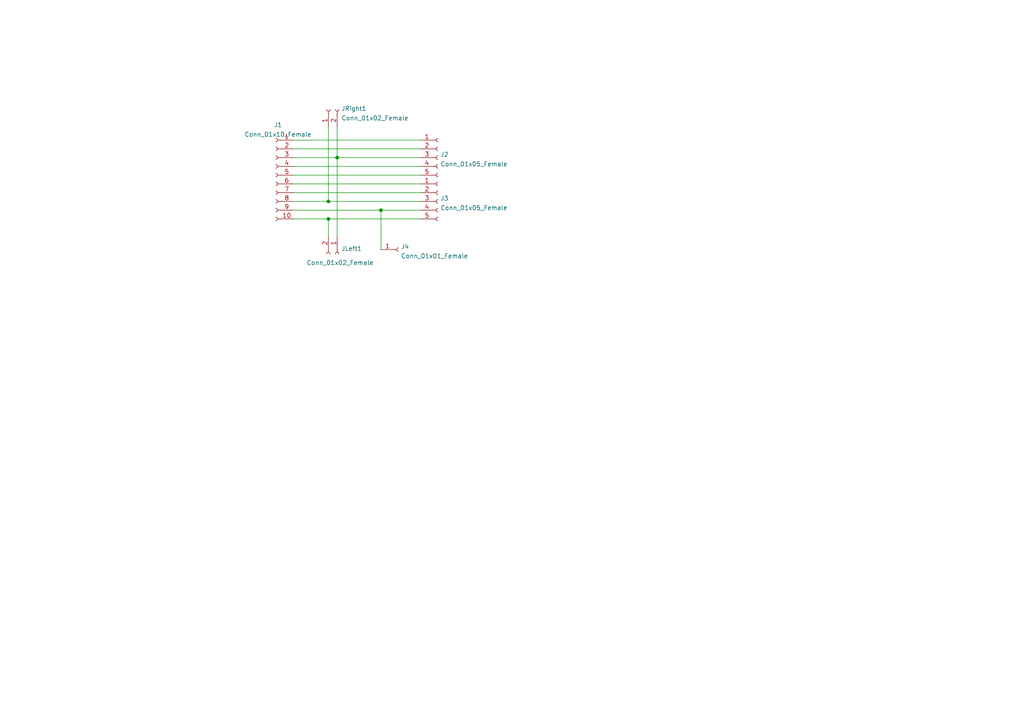
<source format=kicad_sch>
(kicad_sch (version 20211123) (generator eeschema)

  (uuid 93f9a4ec-6178-4177-96ea-b1e29968ed97)

  (paper "A4")

  (lib_symbols
    (symbol "Connector:Conn_01x01_Female" (pin_names (offset 1.016) hide) (in_bom yes) (on_board yes)
      (property "Reference" "J" (id 0) (at 0 2.54 0)
        (effects (font (size 1.27 1.27)))
      )
      (property "Value" "Conn_01x01_Female" (id 1) (at 0 -2.54 0)
        (effects (font (size 1.27 1.27)))
      )
      (property "Footprint" "" (id 2) (at 0 0 0)
        (effects (font (size 1.27 1.27)) hide)
      )
      (property "Datasheet" "~" (id 3) (at 0 0 0)
        (effects (font (size 1.27 1.27)) hide)
      )
      (property "ki_keywords" "connector" (id 4) (at 0 0 0)
        (effects (font (size 1.27 1.27)) hide)
      )
      (property "ki_description" "Generic connector, single row, 01x01, script generated (kicad-library-utils/schlib/autogen/connector/)" (id 5) (at 0 0 0)
        (effects (font (size 1.27 1.27)) hide)
      )
      (property "ki_fp_filters" "Connector*:*" (id 6) (at 0 0 0)
        (effects (font (size 1.27 1.27)) hide)
      )
      (symbol "Conn_01x01_Female_1_1"
        (polyline
          (pts
            (xy -1.27 0)
            (xy -0.508 0)
          )
          (stroke (width 0.1524) (type default) (color 0 0 0 0))
          (fill (type none))
        )
        (arc (start 0 0.508) (mid -0.508 0) (end 0 -0.508)
          (stroke (width 0.1524) (type default) (color 0 0 0 0))
          (fill (type none))
        )
        (pin passive line (at -5.08 0 0) (length 3.81)
          (name "Pin_1" (effects (font (size 1.27 1.27))))
          (number "1" (effects (font (size 1.27 1.27))))
        )
      )
    )
    (symbol "Connector:Conn_01x02_Female" (pin_names (offset 1.016) hide) (in_bom yes) (on_board yes)
      (property "Reference" "J" (id 0) (at 0 2.54 0)
        (effects (font (size 1.27 1.27)))
      )
      (property "Value" "Conn_01x02_Female" (id 1) (at 0 -5.08 0)
        (effects (font (size 1.27 1.27)))
      )
      (property "Footprint" "" (id 2) (at 0 0 0)
        (effects (font (size 1.27 1.27)) hide)
      )
      (property "Datasheet" "~" (id 3) (at 0 0 0)
        (effects (font (size 1.27 1.27)) hide)
      )
      (property "ki_keywords" "connector" (id 4) (at 0 0 0)
        (effects (font (size 1.27 1.27)) hide)
      )
      (property "ki_description" "Generic connector, single row, 01x02, script generated (kicad-library-utils/schlib/autogen/connector/)" (id 5) (at 0 0 0)
        (effects (font (size 1.27 1.27)) hide)
      )
      (property "ki_fp_filters" "Connector*:*_1x??_*" (id 6) (at 0 0 0)
        (effects (font (size 1.27 1.27)) hide)
      )
      (symbol "Conn_01x02_Female_1_1"
        (arc (start 0 -2.032) (mid -0.508 -2.54) (end 0 -3.048)
          (stroke (width 0.1524) (type default) (color 0 0 0 0))
          (fill (type none))
        )
        (polyline
          (pts
            (xy -1.27 -2.54)
            (xy -0.508 -2.54)
          )
          (stroke (width 0.1524) (type default) (color 0 0 0 0))
          (fill (type none))
        )
        (polyline
          (pts
            (xy -1.27 0)
            (xy -0.508 0)
          )
          (stroke (width 0.1524) (type default) (color 0 0 0 0))
          (fill (type none))
        )
        (arc (start 0 0.508) (mid -0.508 0) (end 0 -0.508)
          (stroke (width 0.1524) (type default) (color 0 0 0 0))
          (fill (type none))
        )
        (pin passive line (at -5.08 0 0) (length 3.81)
          (name "Pin_1" (effects (font (size 1.27 1.27))))
          (number "1" (effects (font (size 1.27 1.27))))
        )
        (pin passive line (at -5.08 -2.54 0) (length 3.81)
          (name "Pin_2" (effects (font (size 1.27 1.27))))
          (number "2" (effects (font (size 1.27 1.27))))
        )
      )
    )
    (symbol "Connector:Conn_01x05_Female" (pin_names (offset 1.016) hide) (in_bom yes) (on_board yes)
      (property "Reference" "J" (id 0) (at 0 7.62 0)
        (effects (font (size 1.27 1.27)))
      )
      (property "Value" "Conn_01x05_Female" (id 1) (at 0 -7.62 0)
        (effects (font (size 1.27 1.27)))
      )
      (property "Footprint" "" (id 2) (at 0 0 0)
        (effects (font (size 1.27 1.27)) hide)
      )
      (property "Datasheet" "~" (id 3) (at 0 0 0)
        (effects (font (size 1.27 1.27)) hide)
      )
      (property "ki_keywords" "connector" (id 4) (at 0 0 0)
        (effects (font (size 1.27 1.27)) hide)
      )
      (property "ki_description" "Generic connector, single row, 01x05, script generated (kicad-library-utils/schlib/autogen/connector/)" (id 5) (at 0 0 0)
        (effects (font (size 1.27 1.27)) hide)
      )
      (property "ki_fp_filters" "Connector*:*_1x??_*" (id 6) (at 0 0 0)
        (effects (font (size 1.27 1.27)) hide)
      )
      (symbol "Conn_01x05_Female_1_1"
        (arc (start 0 -4.572) (mid -0.508 -5.08) (end 0 -5.588)
          (stroke (width 0.1524) (type default) (color 0 0 0 0))
          (fill (type none))
        )
        (arc (start 0 -2.032) (mid -0.508 -2.54) (end 0 -3.048)
          (stroke (width 0.1524) (type default) (color 0 0 0 0))
          (fill (type none))
        )
        (polyline
          (pts
            (xy -1.27 -5.08)
            (xy -0.508 -5.08)
          )
          (stroke (width 0.1524) (type default) (color 0 0 0 0))
          (fill (type none))
        )
        (polyline
          (pts
            (xy -1.27 -2.54)
            (xy -0.508 -2.54)
          )
          (stroke (width 0.1524) (type default) (color 0 0 0 0))
          (fill (type none))
        )
        (polyline
          (pts
            (xy -1.27 0)
            (xy -0.508 0)
          )
          (stroke (width 0.1524) (type default) (color 0 0 0 0))
          (fill (type none))
        )
        (polyline
          (pts
            (xy -1.27 2.54)
            (xy -0.508 2.54)
          )
          (stroke (width 0.1524) (type default) (color 0 0 0 0))
          (fill (type none))
        )
        (polyline
          (pts
            (xy -1.27 5.08)
            (xy -0.508 5.08)
          )
          (stroke (width 0.1524) (type default) (color 0 0 0 0))
          (fill (type none))
        )
        (arc (start 0 0.508) (mid -0.508 0) (end 0 -0.508)
          (stroke (width 0.1524) (type default) (color 0 0 0 0))
          (fill (type none))
        )
        (arc (start 0 3.048) (mid -0.508 2.54) (end 0 2.032)
          (stroke (width 0.1524) (type default) (color 0 0 0 0))
          (fill (type none))
        )
        (arc (start 0 5.588) (mid -0.508 5.08) (end 0 4.572)
          (stroke (width 0.1524) (type default) (color 0 0 0 0))
          (fill (type none))
        )
        (pin passive line (at -5.08 5.08 0) (length 3.81)
          (name "Pin_1" (effects (font (size 1.27 1.27))))
          (number "1" (effects (font (size 1.27 1.27))))
        )
        (pin passive line (at -5.08 2.54 0) (length 3.81)
          (name "Pin_2" (effects (font (size 1.27 1.27))))
          (number "2" (effects (font (size 1.27 1.27))))
        )
        (pin passive line (at -5.08 0 0) (length 3.81)
          (name "Pin_3" (effects (font (size 1.27 1.27))))
          (number "3" (effects (font (size 1.27 1.27))))
        )
        (pin passive line (at -5.08 -2.54 0) (length 3.81)
          (name "Pin_4" (effects (font (size 1.27 1.27))))
          (number "4" (effects (font (size 1.27 1.27))))
        )
        (pin passive line (at -5.08 -5.08 0) (length 3.81)
          (name "Pin_5" (effects (font (size 1.27 1.27))))
          (number "5" (effects (font (size 1.27 1.27))))
        )
      )
    )
    (symbol "Connector:Conn_01x10_Female" (pin_names (offset 1.016) hide) (in_bom yes) (on_board yes)
      (property "Reference" "J" (id 0) (at 0 12.7 0)
        (effects (font (size 1.27 1.27)))
      )
      (property "Value" "Conn_01x10_Female" (id 1) (at 0 -15.24 0)
        (effects (font (size 1.27 1.27)))
      )
      (property "Footprint" "" (id 2) (at 0 0 0)
        (effects (font (size 1.27 1.27)) hide)
      )
      (property "Datasheet" "~" (id 3) (at 0 0 0)
        (effects (font (size 1.27 1.27)) hide)
      )
      (property "ki_keywords" "connector" (id 4) (at 0 0 0)
        (effects (font (size 1.27 1.27)) hide)
      )
      (property "ki_description" "Generic connector, single row, 01x10, script generated (kicad-library-utils/schlib/autogen/connector/)" (id 5) (at 0 0 0)
        (effects (font (size 1.27 1.27)) hide)
      )
      (property "ki_fp_filters" "Connector*:*_1x??_*" (id 6) (at 0 0 0)
        (effects (font (size 1.27 1.27)) hide)
      )
      (symbol "Conn_01x10_Female_1_1"
        (arc (start 0 -12.192) (mid -0.508 -12.7) (end 0 -13.208)
          (stroke (width 0.1524) (type default) (color 0 0 0 0))
          (fill (type none))
        )
        (arc (start 0 -9.652) (mid -0.508 -10.16) (end 0 -10.668)
          (stroke (width 0.1524) (type default) (color 0 0 0 0))
          (fill (type none))
        )
        (arc (start 0 -7.112) (mid -0.508 -7.62) (end 0 -8.128)
          (stroke (width 0.1524) (type default) (color 0 0 0 0))
          (fill (type none))
        )
        (arc (start 0 -4.572) (mid -0.508 -5.08) (end 0 -5.588)
          (stroke (width 0.1524) (type default) (color 0 0 0 0))
          (fill (type none))
        )
        (arc (start 0 -2.032) (mid -0.508 -2.54) (end 0 -3.048)
          (stroke (width 0.1524) (type default) (color 0 0 0 0))
          (fill (type none))
        )
        (polyline
          (pts
            (xy -1.27 -12.7)
            (xy -0.508 -12.7)
          )
          (stroke (width 0.1524) (type default) (color 0 0 0 0))
          (fill (type none))
        )
        (polyline
          (pts
            (xy -1.27 -10.16)
            (xy -0.508 -10.16)
          )
          (stroke (width 0.1524) (type default) (color 0 0 0 0))
          (fill (type none))
        )
        (polyline
          (pts
            (xy -1.27 -7.62)
            (xy -0.508 -7.62)
          )
          (stroke (width 0.1524) (type default) (color 0 0 0 0))
          (fill (type none))
        )
        (polyline
          (pts
            (xy -1.27 -5.08)
            (xy -0.508 -5.08)
          )
          (stroke (width 0.1524) (type default) (color 0 0 0 0))
          (fill (type none))
        )
        (polyline
          (pts
            (xy -1.27 -2.54)
            (xy -0.508 -2.54)
          )
          (stroke (width 0.1524) (type default) (color 0 0 0 0))
          (fill (type none))
        )
        (polyline
          (pts
            (xy -1.27 0)
            (xy -0.508 0)
          )
          (stroke (width 0.1524) (type default) (color 0 0 0 0))
          (fill (type none))
        )
        (polyline
          (pts
            (xy -1.27 2.54)
            (xy -0.508 2.54)
          )
          (stroke (width 0.1524) (type default) (color 0 0 0 0))
          (fill (type none))
        )
        (polyline
          (pts
            (xy -1.27 5.08)
            (xy -0.508 5.08)
          )
          (stroke (width 0.1524) (type default) (color 0 0 0 0))
          (fill (type none))
        )
        (polyline
          (pts
            (xy -1.27 7.62)
            (xy -0.508 7.62)
          )
          (stroke (width 0.1524) (type default) (color 0 0 0 0))
          (fill (type none))
        )
        (polyline
          (pts
            (xy -1.27 10.16)
            (xy -0.508 10.16)
          )
          (stroke (width 0.1524) (type default) (color 0 0 0 0))
          (fill (type none))
        )
        (arc (start 0 0.508) (mid -0.508 0) (end 0 -0.508)
          (stroke (width 0.1524) (type default) (color 0 0 0 0))
          (fill (type none))
        )
        (arc (start 0 3.048) (mid -0.508 2.54) (end 0 2.032)
          (stroke (width 0.1524) (type default) (color 0 0 0 0))
          (fill (type none))
        )
        (arc (start 0 5.588) (mid -0.508 5.08) (end 0 4.572)
          (stroke (width 0.1524) (type default) (color 0 0 0 0))
          (fill (type none))
        )
        (arc (start 0 8.128) (mid -0.508 7.62) (end 0 7.112)
          (stroke (width 0.1524) (type default) (color 0 0 0 0))
          (fill (type none))
        )
        (arc (start 0 10.668) (mid -0.508 10.16) (end 0 9.652)
          (stroke (width 0.1524) (type default) (color 0 0 0 0))
          (fill (type none))
        )
        (pin passive line (at -5.08 10.16 0) (length 3.81)
          (name "Pin_1" (effects (font (size 1.27 1.27))))
          (number "1" (effects (font (size 1.27 1.27))))
        )
        (pin passive line (at -5.08 -12.7 0) (length 3.81)
          (name "Pin_10" (effects (font (size 1.27 1.27))))
          (number "10" (effects (font (size 1.27 1.27))))
        )
        (pin passive line (at -5.08 7.62 0) (length 3.81)
          (name "Pin_2" (effects (font (size 1.27 1.27))))
          (number "2" (effects (font (size 1.27 1.27))))
        )
        (pin passive line (at -5.08 5.08 0) (length 3.81)
          (name "Pin_3" (effects (font (size 1.27 1.27))))
          (number "3" (effects (font (size 1.27 1.27))))
        )
        (pin passive line (at -5.08 2.54 0) (length 3.81)
          (name "Pin_4" (effects (font (size 1.27 1.27))))
          (number "4" (effects (font (size 1.27 1.27))))
        )
        (pin passive line (at -5.08 0 0) (length 3.81)
          (name "Pin_5" (effects (font (size 1.27 1.27))))
          (number "5" (effects (font (size 1.27 1.27))))
        )
        (pin passive line (at -5.08 -2.54 0) (length 3.81)
          (name "Pin_6" (effects (font (size 1.27 1.27))))
          (number "6" (effects (font (size 1.27 1.27))))
        )
        (pin passive line (at -5.08 -5.08 0) (length 3.81)
          (name "Pin_7" (effects (font (size 1.27 1.27))))
          (number "7" (effects (font (size 1.27 1.27))))
        )
        (pin passive line (at -5.08 -7.62 0) (length 3.81)
          (name "Pin_8" (effects (font (size 1.27 1.27))))
          (number "8" (effects (font (size 1.27 1.27))))
        )
        (pin passive line (at -5.08 -10.16 0) (length 3.81)
          (name "Pin_9" (effects (font (size 1.27 1.27))))
          (number "9" (effects (font (size 1.27 1.27))))
        )
      )
    )
  )

  (junction (at 95.25 63.5) (diameter 0) (color 0 0 0 0)
    (uuid 065efa7e-48c0-4ed1-9ac7-59afef1faf04)
  )
  (junction (at 95.25 58.42) (diameter 0) (color 0 0 0 0)
    (uuid 3b6eb433-89b1-47c4-bebb-519ac155dd0d)
  )
  (junction (at 110.49 60.96) (diameter 0) (color 0 0 0 0)
    (uuid 59728763-18f8-4d65-9ae0-92b7e51ec644)
  )
  (junction (at 97.79 45.72) (diameter 0) (color 0 0 0 0)
    (uuid a5fcd805-3cf3-40e5-88cc-3f3aee4141dc)
  )

  (wire (pts (xy 110.49 60.96) (xy 110.49 72.39))
    (stroke (width 0) (type default) (color 0 0 0 0))
    (uuid 282f11dd-4c54-404c-b680-618c7428845a)
  )
  (wire (pts (xy 85.09 63.5) (xy 95.25 63.5))
    (stroke (width 0) (type default) (color 0 0 0 0))
    (uuid 31ad0f3d-3343-4618-8336-b89a78b83b1e)
  )
  (wire (pts (xy 85.09 55.88) (xy 121.92 55.88))
    (stroke (width 0) (type default) (color 0 0 0 0))
    (uuid 32f0f747-04d3-4453-92f3-1803f7b3c8a1)
  )
  (wire (pts (xy 85.09 60.96) (xy 110.49 60.96))
    (stroke (width 0) (type default) (color 0 0 0 0))
    (uuid 392f7038-6e6c-4213-89de-22a308ba35ac)
  )
  (wire (pts (xy 110.49 60.96) (xy 121.92 60.96))
    (stroke (width 0) (type default) (color 0 0 0 0))
    (uuid 393183d0-a395-49ae-a48f-45e65a0bd356)
  )
  (wire (pts (xy 85.09 58.42) (xy 95.25 58.42))
    (stroke (width 0) (type default) (color 0 0 0 0))
    (uuid 5249af4a-6ea1-4113-92b3-00d666ff9ad6)
  )
  (wire (pts (xy 85.09 48.26) (xy 121.92 48.26))
    (stroke (width 0) (type default) (color 0 0 0 0))
    (uuid 532e5cd3-ca36-4428-b2c0-17ab1f8bb4c8)
  )
  (wire (pts (xy 85.09 50.8) (xy 121.92 50.8))
    (stroke (width 0) (type default) (color 0 0 0 0))
    (uuid 546ae5bd-39af-4de0-ac82-dc11b2b5c031)
  )
  (wire (pts (xy 95.25 58.42) (xy 121.92 58.42))
    (stroke (width 0) (type default) (color 0 0 0 0))
    (uuid 6590b3d2-3930-4d72-bb92-1fea5b678c21)
  )
  (wire (pts (xy 95.25 36.83) (xy 95.25 58.42))
    (stroke (width 0) (type default) (color 0 0 0 0))
    (uuid 66f73581-ad8c-4524-a700-72c885ff8d59)
  )
  (wire (pts (xy 97.79 36.83) (xy 97.79 45.72))
    (stroke (width 0) (type default) (color 0 0 0 0))
    (uuid 850b7dfd-f64d-491e-9c08-47969aed18c3)
  )
  (wire (pts (xy 85.09 45.72) (xy 97.79 45.72))
    (stroke (width 0) (type default) (color 0 0 0 0))
    (uuid abcbf425-b631-4338-b64d-e9bcf3899426)
  )
  (wire (pts (xy 85.09 53.34) (xy 121.92 53.34))
    (stroke (width 0) (type default) (color 0 0 0 0))
    (uuid c5a01f98-82aa-4185-bc9d-ae400d2c132b)
  )
  (wire (pts (xy 97.79 45.72) (xy 97.79 68.58))
    (stroke (width 0) (type default) (color 0 0 0 0))
    (uuid c7dac341-47cf-4f3a-be3d-fdde3134da75)
  )
  (wire (pts (xy 95.25 63.5) (xy 95.25 68.58))
    (stroke (width 0) (type default) (color 0 0 0 0))
    (uuid d6d7dbb4-b3c8-4d92-9f73-d8db22d9be6a)
  )
  (wire (pts (xy 85.09 43.18) (xy 121.92 43.18))
    (stroke (width 0) (type default) (color 0 0 0 0))
    (uuid e5eace79-64f7-4052-a119-b09d1c394b1a)
  )
  (wire (pts (xy 85.09 40.64) (xy 121.92 40.64))
    (stroke (width 0) (type default) (color 0 0 0 0))
    (uuid e70fc0c5-9a8e-4f50-b958-589875f2a7bb)
  )
  (wire (pts (xy 95.25 63.5) (xy 121.92 63.5))
    (stroke (width 0) (type default) (color 0 0 0 0))
    (uuid eb5301ea-7904-42db-9d9e-3fe5e9fbfe6b)
  )
  (wire (pts (xy 97.79 45.72) (xy 121.92 45.72))
    (stroke (width 0) (type default) (color 0 0 0 0))
    (uuid f5d2bbfe-44c1-43f7-8fcd-dbab2b222bd8)
  )

  (symbol (lib_id "Connector:Conn_01x10_Female") (at 80.01 50.8 0) (mirror y) (unit 1)
    (in_bom yes) (on_board yes) (fields_autoplaced)
    (uuid 0b721e08-bfbc-4046-9d5f-57d3fb91f928)
    (property "Reference" "J1" (id 0) (at 80.645 36.2163 0))
    (property "Value" "Conn_01x10_Female" (id 1) (at 80.645 38.9914 0))
    (property "Footprint" "CheshBits:SIP-10L" (id 2) (at 80.01 50.8 0)
      (effects (font (size 1.27 1.27)) hide)
    )
    (property "Datasheet" "~" (id 3) (at 80.01 50.8 0)
      (effects (font (size 1.27 1.27)) hide)
    )
    (pin "1" (uuid 66481b86-8613-4ba7-9fd7-a8228d0ccb0e))
    (pin "10" (uuid 8920044e-4105-4746-bf5e-8d53d0029082))
    (pin "2" (uuid f8554684-0257-40c0-85d3-ed80ed8a3cbb))
    (pin "3" (uuid 0600692f-9561-451b-8ba7-51a9d1c54294))
    (pin "4" (uuid 83729ae3-4826-4f1d-b586-4c8b49368d6b))
    (pin "5" (uuid 685834d7-a97c-40c7-a170-942935440d4e))
    (pin "6" (uuid 0cfb7284-5829-4d7b-b9eb-bcbb356ca0a1))
    (pin "7" (uuid 8e327319-b569-4a77-a684-6214a7434f5d))
    (pin "8" (uuid 76fc641c-0bc2-4aac-8f2a-21ede859e11b))
    (pin "9" (uuid b8549c8c-f25f-4b66-97c8-f355de00fa01))
  )

  (symbol (lib_id "Connector:Conn_01x01_Female") (at 115.57 72.39 0) (unit 1)
    (in_bom yes) (on_board yes) (fields_autoplaced)
    (uuid 40d236e5-9bcf-443e-907f-a08851b83ac0)
    (property "Reference" "J4" (id 0) (at 116.2812 71.4815 0)
      (effects (font (size 1.27 1.27)) (justify left))
    )
    (property "Value" "Conn_01x01_Female" (id 1) (at 116.2812 74.2566 0)
      (effects (font (size 1.27 1.27)) (justify left))
    )
    (property "Footprint" "CheshBits:SIP-1" (id 2) (at 115.57 72.39 0)
      (effects (font (size 1.27 1.27)) hide)
    )
    (property "Datasheet" "~" (id 3) (at 115.57 72.39 0)
      (effects (font (size 1.27 1.27)) hide)
    )
    (pin "1" (uuid 50eed65d-6aaf-4aaf-8157-23f07c48c7b1))
  )

  (symbol (lib_id "Connector:Conn_01x02_Female") (at 97.79 73.66 270) (unit 1)
    (in_bom yes) (on_board yes)
    (uuid 5f945720-da45-4930-a5ed-b66aa71c5314)
    (property "Reference" "JLeft1" (id 0) (at 99.0092 72.1165 90)
      (effects (font (size 1.27 1.27)) (justify left))
    )
    (property "Value" "Conn_01x02_Female" (id 1) (at 88.9 76.2 90)
      (effects (font (size 1.27 1.27)) (justify left))
    )
    (property "Footprint" "Connector_PinHeader_2.54mm:PinHeader_1x02_P2.54mm_Vertical" (id 2) (at 97.79 73.66 0)
      (effects (font (size 1.27 1.27)) hide)
    )
    (property "Datasheet" "~" (id 3) (at 97.79 73.66 0)
      (effects (font (size 1.27 1.27)) hide)
    )
    (pin "1" (uuid f15b7890-7890-4f03-b09f-f68ac18a7833))
    (pin "2" (uuid f1ec6152-cb9f-4130-89f1-9c8268da3e53))
  )

  (symbol (lib_id "Connector:Conn_01x02_Female") (at 95.25 31.75 90) (unit 1)
    (in_bom yes) (on_board yes) (fields_autoplaced)
    (uuid 723f2410-3652-46ed-824c-7daf45fd63f9)
    (property "Reference" "JRight1" (id 0) (at 99.0092 31.4765 90)
      (effects (font (size 1.27 1.27)) (justify right))
    )
    (property "Value" "Conn_01x02_Female" (id 1) (at 99.0092 34.2516 90)
      (effects (font (size 1.27 1.27)) (justify right))
    )
    (property "Footprint" "Connector_PinHeader_2.54mm:PinHeader_1x02_P2.54mm_Vertical" (id 2) (at 95.25 31.75 0)
      (effects (font (size 1.27 1.27)) hide)
    )
    (property "Datasheet" "~" (id 3) (at 95.25 31.75 0)
      (effects (font (size 1.27 1.27)) hide)
    )
    (pin "1" (uuid 12168ea5-9ab8-4112-80ac-b7ef10657b4f))
    (pin "2" (uuid e1533dd6-e3a9-4ad6-81a1-514609157553))
  )

  (symbol (lib_id "Connector:Conn_01x05_Female") (at 127 45.72 0) (unit 1)
    (in_bom yes) (on_board yes) (fields_autoplaced)
    (uuid b7888d51-f5ba-46de-adc4-d6154e35f184)
    (property "Reference" "J2" (id 0) (at 127.7112 44.8115 0)
      (effects (font (size 1.27 1.27)) (justify left))
    )
    (property "Value" "Conn_01x05_Female" (id 1) (at 127.7112 47.5866 0)
      (effects (font (size 1.27 1.27)) (justify left))
    )
    (property "Footprint" "Connector_PinHeader_1.27mm:PinHeader_1x05_P1.27mm_Vertical" (id 2) (at 127 45.72 0)
      (effects (font (size 1.27 1.27)) hide)
    )
    (property "Datasheet" "~" (id 3) (at 127 45.72 0)
      (effects (font (size 1.27 1.27)) hide)
    )
    (pin "1" (uuid af18457b-9fb6-40c5-bd55-11cec3e47dc1))
    (pin "2" (uuid eede78d2-543e-4270-b136-4217ad2cd91e))
    (pin "3" (uuid f249412e-b4de-480e-8d1f-57475c29c060))
    (pin "4" (uuid c324d77c-6d8b-4a72-81fc-b73f2d95ca05))
    (pin "5" (uuid 32cc39d6-a041-4b53-9acc-51f114c3661b))
  )

  (symbol (lib_id "Connector:Conn_01x05_Female") (at 127 58.42 0) (unit 1)
    (in_bom yes) (on_board yes) (fields_autoplaced)
    (uuid db255a6f-265d-41b1-bdc2-49312ff2bbd8)
    (property "Reference" "J3" (id 0) (at 127.7112 57.5115 0)
      (effects (font (size 1.27 1.27)) (justify left))
    )
    (property "Value" "Conn_01x05_Female" (id 1) (at 127.7112 60.2866 0)
      (effects (font (size 1.27 1.27)) (justify left))
    )
    (property "Footprint" "Connector_PinHeader_1.27mm:PinHeader_1x05_P1.27mm_Vertical" (id 2) (at 127 58.42 0)
      (effects (font (size 1.27 1.27)) hide)
    )
    (property "Datasheet" "~" (id 3) (at 127 58.42 0)
      (effects (font (size 1.27 1.27)) hide)
    )
    (pin "1" (uuid 2bfa03b1-b050-4f02-b2aa-d8ccdc235d92))
    (pin "2" (uuid b35421bf-a84e-4551-b8b3-301796e326d3))
    (pin "3" (uuid 012f4603-3b4f-4e94-9839-74fef835de9b))
    (pin "4" (uuid 4afe149d-7f7a-419c-ba79-a62e3fb7a78c))
    (pin "5" (uuid c627a2b7-7b2a-42f2-8fc7-70e7a34af7bd))
  )

  (sheet_instances
    (path "/" (page "1"))
  )

  (symbol_instances
    (path "/0b721e08-bfbc-4046-9d5f-57d3fb91f928"
      (reference "J1") (unit 1) (value "Conn_01x10_Female") (footprint "CheshBits:SIP-10L")
    )
    (path "/b7888d51-f5ba-46de-adc4-d6154e35f184"
      (reference "J2") (unit 1) (value "Conn_01x05_Female") (footprint "Connector_PinHeader_1.27mm:PinHeader_1x05_P1.27mm_Vertical")
    )
    (path "/db255a6f-265d-41b1-bdc2-49312ff2bbd8"
      (reference "J3") (unit 1) (value "Conn_01x05_Female") (footprint "Connector_PinHeader_1.27mm:PinHeader_1x05_P1.27mm_Vertical")
    )
    (path "/40d236e5-9bcf-443e-907f-a08851b83ac0"
      (reference "J4") (unit 1) (value "Conn_01x01_Female") (footprint "CheshBits:SIP-1")
    )
    (path "/5f945720-da45-4930-a5ed-b66aa71c5314"
      (reference "JLeft1") (unit 1) (value "Conn_01x02_Female") (footprint "Connector_PinHeader_2.54mm:PinHeader_1x02_P2.54mm_Vertical")
    )
    (path "/723f2410-3652-46ed-824c-7daf45fd63f9"
      (reference "JRight1") (unit 1) (value "Conn_01x02_Female") (footprint "Connector_PinHeader_2.54mm:PinHeader_1x02_P2.54mm_Vertical")
    )
  )
)

</source>
